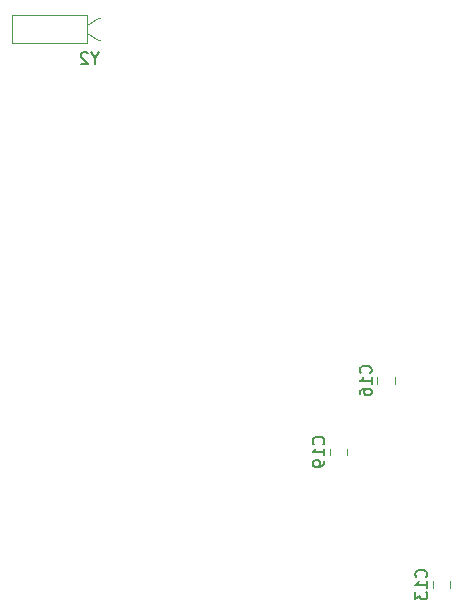
<source format=gbr>
%TF.GenerationSoftware,KiCad,Pcbnew,(5.1.12)-1*%
%TF.CreationDate,2022-08-10T11:31:23+05:30*%
%TF.ProjectId,AGV_SENSOR_PCB_2,4147565f-5345-44e5-934f-525f5043425f,rev?*%
%TF.SameCoordinates,Original*%
%TF.FileFunction,Legend,Bot*%
%TF.FilePolarity,Positive*%
%FSLAX46Y46*%
G04 Gerber Fmt 4.6, Leading zero omitted, Abs format (unit mm)*
G04 Created by KiCad (PCBNEW (5.1.12)-1) date 2022-08-10 11:31:23*
%MOMM*%
%LPD*%
G01*
G04 APERTURE LIST*
%ADD10C,0.120000*%
%ADD11C,0.150000*%
G04 APERTURE END LIST*
D10*
%TO.C,C13*%
X183361000Y-118163748D02*
X183361000Y-118686252D01*
X181891000Y-118163748D02*
X181891000Y-118686252D01*
%TO.C,C16*%
X177192000Y-100894248D02*
X177192000Y-101416752D01*
X178662000Y-100894248D02*
X178662000Y-101416752D01*
%TO.C,C19*%
X174661500Y-106926748D02*
X174661500Y-107449252D01*
X173191500Y-106926748D02*
X173191500Y-107449252D01*
%TO.C,Y2*%
X153532000Y-70426500D02*
X153732000Y-70426500D01*
X152632000Y-71026500D02*
X153532000Y-70426500D01*
X153532000Y-72326500D02*
X153732000Y-72326500D01*
X152632000Y-71726500D02*
X153532000Y-72326500D01*
X152632000Y-70176500D02*
X152632000Y-72576500D01*
X146232000Y-70176500D02*
X152632000Y-70176500D01*
X146232000Y-72576500D02*
X146232000Y-70176500D01*
X152632000Y-72576500D02*
X146232000Y-72576500D01*
%TO.C,C13*%
D11*
X181303142Y-117782142D02*
X181350761Y-117734523D01*
X181398380Y-117591666D01*
X181398380Y-117496428D01*
X181350761Y-117353571D01*
X181255523Y-117258333D01*
X181160285Y-117210714D01*
X180969809Y-117163095D01*
X180826952Y-117163095D01*
X180636476Y-117210714D01*
X180541238Y-117258333D01*
X180446000Y-117353571D01*
X180398380Y-117496428D01*
X180398380Y-117591666D01*
X180446000Y-117734523D01*
X180493619Y-117782142D01*
X181398380Y-118734523D02*
X181398380Y-118163095D01*
X181398380Y-118448809D02*
X180398380Y-118448809D01*
X180541238Y-118353571D01*
X180636476Y-118258333D01*
X180684095Y-118163095D01*
X180398380Y-119067857D02*
X180398380Y-119686904D01*
X180779333Y-119353571D01*
X180779333Y-119496428D01*
X180826952Y-119591666D01*
X180874571Y-119639285D01*
X180969809Y-119686904D01*
X181207904Y-119686904D01*
X181303142Y-119639285D01*
X181350761Y-119591666D01*
X181398380Y-119496428D01*
X181398380Y-119210714D01*
X181350761Y-119115476D01*
X181303142Y-119067857D01*
%TO.C,C16*%
X176604142Y-100512642D02*
X176651761Y-100465023D01*
X176699380Y-100322166D01*
X176699380Y-100226928D01*
X176651761Y-100084071D01*
X176556523Y-99988833D01*
X176461285Y-99941214D01*
X176270809Y-99893595D01*
X176127952Y-99893595D01*
X175937476Y-99941214D01*
X175842238Y-99988833D01*
X175747000Y-100084071D01*
X175699380Y-100226928D01*
X175699380Y-100322166D01*
X175747000Y-100465023D01*
X175794619Y-100512642D01*
X176699380Y-101465023D02*
X176699380Y-100893595D01*
X176699380Y-101179309D02*
X175699380Y-101179309D01*
X175842238Y-101084071D01*
X175937476Y-100988833D01*
X175985095Y-100893595D01*
X175699380Y-102322166D02*
X175699380Y-102131690D01*
X175747000Y-102036452D01*
X175794619Y-101988833D01*
X175937476Y-101893595D01*
X176127952Y-101845976D01*
X176508904Y-101845976D01*
X176604142Y-101893595D01*
X176651761Y-101941214D01*
X176699380Y-102036452D01*
X176699380Y-102226928D01*
X176651761Y-102322166D01*
X176604142Y-102369785D01*
X176508904Y-102417404D01*
X176270809Y-102417404D01*
X176175571Y-102369785D01*
X176127952Y-102322166D01*
X176080333Y-102226928D01*
X176080333Y-102036452D01*
X176127952Y-101941214D01*
X176175571Y-101893595D01*
X176270809Y-101845976D01*
%TO.C,C19*%
X172603642Y-106545142D02*
X172651261Y-106497523D01*
X172698880Y-106354666D01*
X172698880Y-106259428D01*
X172651261Y-106116571D01*
X172556023Y-106021333D01*
X172460785Y-105973714D01*
X172270309Y-105926095D01*
X172127452Y-105926095D01*
X171936976Y-105973714D01*
X171841738Y-106021333D01*
X171746500Y-106116571D01*
X171698880Y-106259428D01*
X171698880Y-106354666D01*
X171746500Y-106497523D01*
X171794119Y-106545142D01*
X172698880Y-107497523D02*
X172698880Y-106926095D01*
X172698880Y-107211809D02*
X171698880Y-107211809D01*
X171841738Y-107116571D01*
X171936976Y-107021333D01*
X171984595Y-106926095D01*
X172698880Y-107973714D02*
X172698880Y-108164190D01*
X172651261Y-108259428D01*
X172603642Y-108307047D01*
X172460785Y-108402285D01*
X172270309Y-108449904D01*
X171889357Y-108449904D01*
X171794119Y-108402285D01*
X171746500Y-108354666D01*
X171698880Y-108259428D01*
X171698880Y-108068952D01*
X171746500Y-107973714D01*
X171794119Y-107926095D01*
X171889357Y-107878476D01*
X172127452Y-107878476D01*
X172222690Y-107926095D01*
X172270309Y-107973714D01*
X172317928Y-108068952D01*
X172317928Y-108259428D01*
X172270309Y-108354666D01*
X172222690Y-108402285D01*
X172127452Y-108449904D01*
%TO.C,Y2*%
X153283190Y-73872690D02*
X153283190Y-74348880D01*
X153616523Y-73348880D02*
X153283190Y-73872690D01*
X152949857Y-73348880D01*
X152664142Y-73444119D02*
X152616523Y-73396500D01*
X152521285Y-73348880D01*
X152283190Y-73348880D01*
X152187952Y-73396500D01*
X152140333Y-73444119D01*
X152092714Y-73539357D01*
X152092714Y-73634595D01*
X152140333Y-73777452D01*
X152711761Y-74348880D01*
X152092714Y-74348880D01*
%TD*%
M02*

</source>
